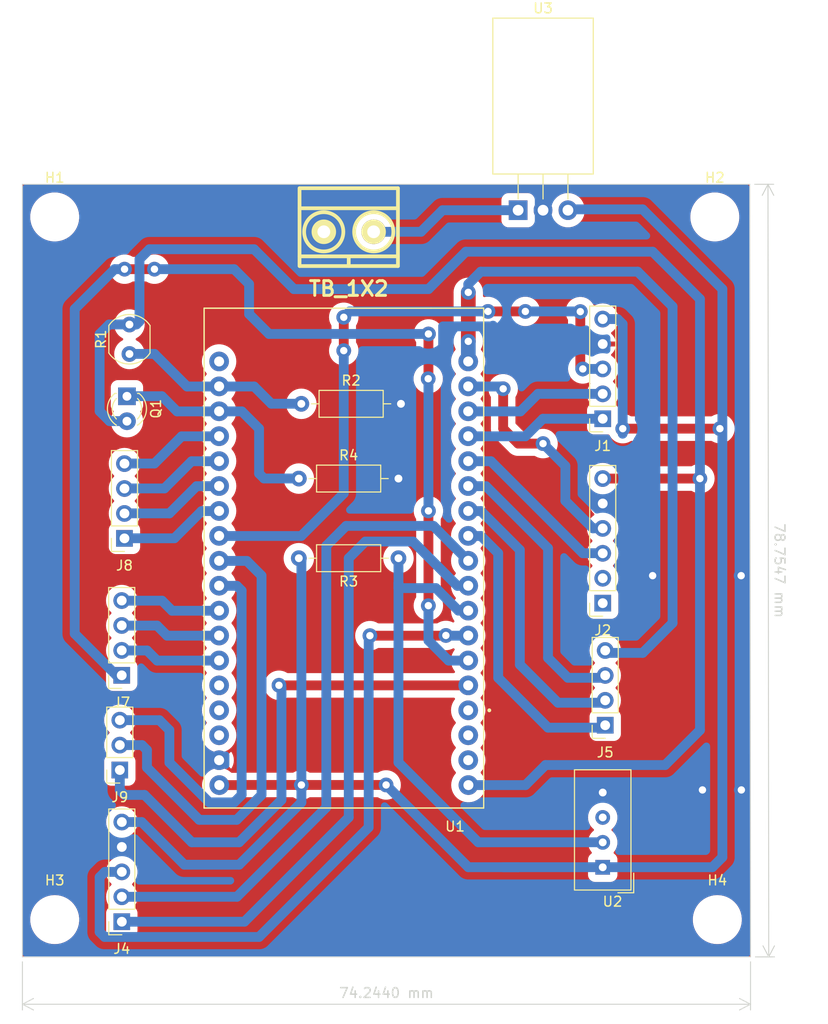
<source format=kicad_pcb>
(kicad_pcb (version 20221018) (generator pcbnew)
  (layers (0 "F.Cu" signal) (31 "B.Cu" signal) (34 "B.Paste" user) (35 "F.Paste" user) (36 "B.SilkS" user "B.Silkscreen") (37 "F.SilkS" user "F.Silkscreen") (38 "B.Mask" user) (39 "F.Mask" user) (44 "Edge.Cuts" user))
  (net 0 "")
  (net 1 "+5V")
  (net 2 "+3V3")
  (net 3 "/SCL")
  (net 4 "/SDA")
  (net 5 "/ADC_PD")
  (net 6 "/ADC_LDR")
  (net 8 "/TX{slash}RX_Dir_0")
  (net 9 "/RX0")
  (net 10 "/TX0")
  (net 11 "/TX{slash}RX_Dir_1")
  (net 12 "/HSPI_CS0")
  (net 13 "/GPIO_DHT22")
  (net 14 "/TX1")
  (net 15 "/RX1")
  (net 16 "/VSPI_CS0")
  (net 17 "/VSPI_CLK")
  (net 18 "/VSPI_MISO")
  (net 19 "/VSPI_MOSI")
  (net 21 "/ADC_2")
  (net 22 "/ADC_3")
  (net 23 "/ADC_0")
  (net 24 "/ADC_1")
  (net 25 "/GPIO_26")
  (net 26 "/GPIO_27")
  (net 27 "/HSPI_CLK")
  (net 28 "/HSPI_MISO")
  (net 29 "/HSPI_MOSI")
  (net 30 "GND")
  (net 31 "/CSB")
  (net 32 "/SDO")
  (net 33 "/GPIO_0")
  (net 34 "+12V")
  (footprint "Connector_PinSocket_2.54mm:PinSocket_1x05_P2.54mm_Vertical" (layer "F.Cu") (at 23.597 88.616 180)
    (fp_text reference "J4" (at 0 -2.77) (layer "F.SilkS"))
    (fp_text value "RS485_2")
    (fp_line (start -1.33 1.27) (end -1.33 11.49) (stroke (width 0.12)) (layer "F.SilkS"))
    (fp_line (start -1.33 1.27) (end 1.33 1.27) (stroke (width 0.12)) (layer "F.SilkS"))
    (fp_line (start -1.33 11.49) (end 1.33 11.49) (stroke (width 0.12)) (layer "F.SilkS"))
    (fp_line (start 0 -1.33) (end 1.33 -1.33) (stroke (width 0.12)) (layer "F.SilkS"))
    (fp_line (start 1.33 -1.33) (end 1.33 0) (stroke (width 0.12)) (layer "F.SilkS"))
    (fp_line (start 1.33 1.27) (end 1.33 11.49) (stroke (width 0.12)) (layer "F.SilkS"))
    (pad "1" thru_hole rect (at 0 0 180) (size 1.7 1.7) (drill 1) (layers "*.Cu" "*.Mask") (net 14 "/TX1"))
    (pad "2" thru_hole oval (at 0 2.54 180) (size 1.7 1.7) (drill 1) (layers "*.Cu" "*.Mask") (net 15 "/RX1"))
    (pad "3" thru_hole oval (at 0 5.08 180) (size 1.7 1.7) (drill 1) (layers "*.Cu" "*.Mask") (net 11 "/TX{slash}RX_Dir_1"))
    (pad "4" thru_hole oval (at 0 7.62 180) (size 1.7 1.7) (drill 1) (layers "*.Cu" "*.Mask") (net 30 "GND"))
    (pad "5" thru_hole oval (at 0 10.16 180) (size 1.7 1.7) (drill 1) (layers "*.Cu" "*.Mask") (net 1 "+5V"))
  )
  (footprint "LED_THT:LED_D3.0mm_FlatTop" (layer "F.Cu") (at 24.120695 35.056305 -90)
    (fp_text reference "Q1" (at 1.27 -2.96 90) (layer "F.SilkS"))
    (fp_text value "Fototransistor")
    (fp_line (start -0.29 -1.236) (end -0.29 -1.08) (stroke (width 0.12)) (layer "F.SilkS"))
    (fp_line (start -0.29 1.08) (end -0.29 1.236) (stroke (width 0.12)) (layer "F.SilkS"))
    (fp_arc (start -0.29 -1.235516) (mid 1.366487 -1.987659) (end 2.942335 -1.078608) (stroke (width 0.12)) (layer "F.SilkS"))
    (fp_arc (start 0.229039 -1.08) (mid 1.270117 -1.5) (end 2.31113 -1.079837) (stroke (width 0.12)) (layer "F.SilkS"))
    (fp_arc (start 2.31113 1.079837) (mid 1.270117 1.5) (end 0.229039 1.08) (stroke (width 0.12)) (layer "F.SilkS"))
    (fp_arc (start 2.942335 1.078608) (mid 1.366487 1.987659) (end -0.29 1.235516) (stroke (width 0.12)) (layer "F.SilkS"))
    (pad "1" thru_hole rect (at 0 0 270) (size 1.8 1.8) (drill 0.9) (layers "*.Cu" "*.Mask") (net 5 "/ADC_PD"))
    (pad "2" thru_hole circle (at 2.54 0 270) (size 1.8 1.8) (drill 0.9) (layers "*.Cu" "*.Mask") (net 2 "+3V3"))
  )
  (footprint "Package_TO_SOT_THT:TO-220-3_Horizontal_TabDown" (layer "F.Cu") (at 64.008 16.088)
    (fp_text reference "U3" (at 2.54 -20.58) (layer "F.SilkS"))
    (fp_text value "L7805")
    (fp_line (start -2.58 -19.58) (end -2.58 -3.69) (stroke (width 0.12)) (layer "F.SilkS"))
    (fp_line (start -2.58 -19.58) (end 7.66 -19.58) (stroke (width 0.12)) (layer "F.SilkS"))
    (fp_line (start -2.58 -3.69) (end 7.66 -3.69) (stroke (width 0.12)) (layer "F.SilkS"))
    (fp_line (start 0 -3.69) (end 0 -1.15) (stroke (width 0.12)) (layer "F.SilkS"))
    (fp_line (start 2.54 -3.69) (end 2.54 -1.15) (stroke (width 0.12)) (layer "F.SilkS"))
    (fp_line (start 5.08 -3.69) (end 5.08 -1.15) (stroke (width 0.12)) (layer "F.SilkS"))
    (fp_line (start 7.66 -19.58) (end 7.66 -3.69) (stroke (width 0.12)) (layer "F.SilkS"))
    (pad "" np_thru_hole oval (at 2.54 -16.66) (size 3.5 3.5) (drill 3.5) (layers "*.Cu" "*.Mask"))
    (pad "1" thru_hole rect (at 0 0) (size 1.905 2) (drill 1.1) (layers "*.Cu" "*.Mask") (net 34 "+12V"))
    (pad "2" thru_hole oval (at 2.54 0) (size 1.905 2) (drill 1.1) (layers "*.Cu" "*.Mask") (net 30 "GND"))
    (pad "3" thru_hole oval (at 5.08 0) (size 1.905 2) (drill 1.1) (layers "*.Cu" "*.Mask") (net 1 "+5V"))
  )
  (footprint "OptoDevice:R_LDR_5.0x4.1mm_P3mm_Vertical" (layer "F.Cu") (at 24.374695 30.743305 90)
    (fp_text reference "R1" (at 1.5 -2.9 90) (layer "F.SilkS"))
    (fp_text value "LDR07")
    (fp_line (start 0.1 -2.1) (end 2.9 -2.1) (stroke (width 0.12)) (layer "F.SilkS"))
    (fp_line (start 0.1 2.1) (end 2.9 2.1) (stroke (width 0.12)) (layer "F.SilkS"))
    (fp_arc (start 0.1 2.1) (mid -1.023872 -0.008372) (end 0.113963 -2.109242) (stroke (width 0.12)) (layer "F.SilkS"))
    (fp_arc (start 2.9 -2.1) (mid 4.023872 0.008372) (end 2.886037 2.109242) (stroke (width 0.12)) (layer "F.SilkS"))
    (pad "1" thru_hole circle (at 0 0 90) (size 1.6 1.6) (drill 0.8) (layers "*.Cu" "*.Mask") (net 6 "/ADC_LDR"))
    (pad "2" thru_hole circle (at 3 0 90) (size 1.6 1.6) (drill 0.8) (layers "*.Cu" "*.Mask") (net 2 "+3V3"))
  )
  (footprint "Connector_PinSocket_2.54mm:PinSocket_1x03_P2.54mm_Vertical" (layer "F.Cu") (at 23.393 73.152 180)
    (fp_text reference "J9" (at 0 -2.77) (layer "F.SilkS"))
    (fp_text value "GPIO_USELESS")
    (fp_line (start -1.33 1.27) (end -1.33 6.41) (stroke (width 0.12)) (layer "F.SilkS"))
    (fp_line (start -1.33 1.27) (end 1.33 1.27) (stroke (width 0.12)) (layer "F.SilkS"))
    (fp_line (start -1.33 6.41) (end 1.33 6.41) (stroke (width 0.12)) (layer "F.SilkS"))
    (fp_line (start 0 -1.33) (end 1.33 -1.33) (stroke (width 0.12)) (layer "F.SilkS"))
    (fp_line (start 1.33 -1.33) (end 1.33 0) (stroke (width 0.12)) (layer "F.SilkS"))
    (fp_line (start 1.33 1.27) (end 1.33 6.41) (stroke (width 0.12)) (layer "F.SilkS"))
    (pad "1" thru_hole rect (at 0 0 180) (size 1.7 1.7) (drill 1) (layers "*.Cu" "*.Mask") (net 33 "/GPIO_0"))
    (pad "2" thru_hole oval (at 0 2.54 180) (size 1.7 1.7) (drill 1) (layers "*.Cu" "*.Mask") (net 25 "/GPIO_26"))
    (pad "3" thru_hole oval (at 0 5.08 180) (size 1.7 1.7) (drill 1) (layers "*.Cu" "*.Mask") (net 26 "/GPIO_27"))
  )
  (footprint "MountingHole:MountingHole_3mm" (layer "F.Cu") (at 16.754695 16.773305)
    (fp_text reference "H1" (at 0 -4) (layer "F.SilkS"))
    (fp_text value "Mounting_Hole")
    (pad "" np_thru_hole circle (at 0 0) (size 3 3) (drill 3) (layers "F&B.Cu" "*.Mask") (clearance 1))
  )
  (footprint "Resistor_THT:R_Axial_DIN0207_L6.3mm_D2.5mm_P10.16mm_Horizontal" (layer "F.Cu") (at 41.900695 35.823305)
    (fp_text reference "R2" (at 5.08 -2.37) (layer "F.SilkS"))
    (fp_text value "5,6K")
    (fp_line (start 1.04 0) (end 1.81 0) (stroke (width 0.12)) (layer "F.SilkS"))
    (fp_line (start 1.81 -1.37) (end 1.81 1.37) (stroke (width 0.12)) (layer "F.SilkS"))
    (fp_line (start 1.81 1.37) (end 8.35 1.37) (stroke (width 0.12)) (layer "F.SilkS"))
    (fp_line (start 8.35 -1.37) (end 1.81 -1.37) (stroke (width 0.12)) (layer "F.SilkS"))
    (fp_line (start 8.35 1.37) (end 8.35 -1.37) (stroke (width 0.12)) (layer "F.SilkS"))
    (fp_line (start 9.12 0) (end 8.35 0) (stroke (width 0.12)) (layer "F.SilkS"))
    (pad "1" thru_hole circle (at 0 0) (size 1.6 1.6) (drill 0.8) (layers "*.Cu" "*.Mask") (net 6 "/ADC_LDR"))
    (pad "2" thru_hole oval (at 10.16 0) (size 1.6 1.6) (drill 0.8) (layers "*.Cu" "*.Mask") (net 30 "GND"))
  )
  (footprint "Connector_PinSocket_2.54mm:PinSocket_1x04_P2.54mm_Vertical" (layer "F.Cu") (at 23.866695 49.539305 180)
    (fp_text reference "J8" (at 0 -2.77) (layer "F.SilkS"))
    (fp_text value "ADC_INPUT")
    (fp_line (start -1.33 1.27) (end -1.33 8.95) (stroke (width 0.12)) (layer "F.SilkS"))
    (fp_line (start -1.33 1.27) (end 1.33 1.27) (stroke (width 0.12)) (layer "F.SilkS"))
    (fp_line (start -1.33 8.95) (end 1.33 8.95) (stroke (width 0.12)) (layer "F.SilkS"))
    (fp_line (start 0 -1.33) (end 1.33 -1.33) (stroke (width 0.12)) (layer "F.SilkS"))
    (fp_line (start 1.33 -1.33) (end 1.33 0) (stroke (width 0.12)) (layer "F.SilkS"))
    (fp_line (start 1.33 1.27) (end 1.33 8.95) (stroke (width 0.12)) (layer "F.SilkS"))
    (pad "1" thru_hole rect (at 0 0 180) (size 1.7 1.7) (drill 1) (layers "*.Cu" "*.Mask") (net 23 "/ADC_0"))
    (pad "2" thru_hole oval (at 0 2.54 180) (size 1.7 1.7) (drill 1) (layers "*.Cu" "*.Mask") (net 24 "/ADC_1"))
    (pad "3" thru_hole oval (at 0 5.08 180) (size 1.7 1.7) (drill 1) (layers "*.Cu" "*.Mask") (net 21 "/ADC_2"))
    (pad "4" thru_hole oval (at 0 7.62 180) (size 1.7 1.7) (drill 1) (layers "*.Cu" "*.Mask") (net 22 "/ADC_3"))
  )
  (footprint "MountingHole:MountingHole_3mm" (layer "F.Cu") (at 84.064695 16.773305)
    (fp_text reference "H2" (at 0 -4) (layer "F.SilkS"))
    (fp_text value "Mounting_Hole")
    (pad "" np_thru_hole circle (at 0 0) (size 3 3) (drill 3) (layers "*.Cu" "*.Mask"))
  )
  (footprint "EESTN5:BORNERA2_AZUL" (layer "F.Cu") (at 46.736 18.288)
    (fp_text reference "J3" hide)
    (fp_text value "TB_1X2" (at 0 5.8) (layer "F.SilkS") (effects (font (size 1.5 1.5) (thickness 0.3))))
    (fp_line (start -5.0165 -4.445) (end -5.0165 3.4925) (stroke (width 0.381)) (layer "F.SilkS"))
    (fp_line (start -5 -2.4) (end 5 -2.4) (stroke (width 0.381)) (layer "F.SilkS"))
    (fp_line (start -5 2.5) (end 5 2.5) (stroke (width 0.381)) (layer "F.SilkS"))
    (fp_line (start -4.9835 3.4925) (end 5.0165 3.4925) (stroke (width 0.381)) (layer "F.SilkS"))
    (fp_line (start 0 2.54) (end 0 3.4845) (stroke (width 0.381)) (layer "F.SilkS"))
    (fp_line (start 5.0165 -4.445) (end -4.9835 -4.445) (stroke (width 0.381)) (layer "F.SilkS"))
    (fp_line (start 5.0165 3.4925) (end 5.0165 -4.445) (stroke (width 0.381)) (layer "F.SilkS"))
    (fp_circle (center -2.55 0) (end -0.55 0) (stroke (width 0.381)) (fill none) (layer "F.SilkS"))
    (fp_circle (center 2.55 0) (end 0.55 0) (stroke (width 0.381)) (fill none) (layer "F.SilkS"))
    (pad "1" thru_hole circle (at -2.54 0) (size 2.5 2.5) (drill 1.3) (layers "*.Cu" "*.Mask" "F.SilkS") (net 30 "GND"))
    (pad "2" thru_hole circle (at 2.54 0) (size 2.5 2.5) (drill 1.3) (layers "*.Cu" "*.Mask" "F.SilkS") (net 34 "+12V"))
  )
  (footprint "Connector_PinSocket_2.54mm:PinSocket_1x05_P2.54mm_Vertical" (layer "F.Cu") (at 72.634695 37.347305 180)
    (fp_text reference "J1" (at 0 -2.77) (layer "F.SilkS"))
    (fp_text value "RS485_1")
    (fp_line (start -1.33 1.27) (end -1.33 11.49) (stroke (width 0.12)) (layer "F.SilkS"))
    (fp_line (start -1.33 1.27) (end 1.33 1.27) (stroke (width 0.12)) (layer "F.SilkS"))
    (fp_line (start -1.33 11.49) (end 1.33 11.49) (stroke (width 0.12)) (layer "F.SilkS"))
    (fp_line (start 0 -1.33) (end 1.33 -1.33) (stroke (width 0.12)) (layer "F.SilkS"))
    (fp_line (start 1.33 -1.33) (end 1.33 0) (stroke (width 0.12)) (layer "F.SilkS"))
    (fp_line (start 1.33 1.27) (end 1.33 11.49) (stroke (width 0.12)) (layer "F.SilkS"))
    (pad "1" thru_hole rect (at 0 0 180) (size 1.7 1.7) (drill 1) (layers "*.Cu" "*.Mask") (net 10 "/TX0"))
    (pad "2" thru_hole oval (at 0 2.54 180) (size 1.7 1.7) (drill 1) (layers "*.Cu" "*.Mask") (net 9 "/RX0"))
    (pad "3" thru_hole oval (at 0 5.08 180) (size 1.7 1.7) (drill 1) (layers "*.Cu" "*.Mask") (net 8 "/TX{slash}RX_Dir_0"))
    (pad "4" thru_hole oval (at 0 7.62 180) (size 1.7 1.7) (drill 1) (layers "*.Cu" "*.Mask") (net 30 "GND"))
    (pad "5" thru_hole oval (at 0 10.16 180) (size 1.7 1.7) (drill 1) (layers "*.Cu" "*.Mask") (net 1 "+5V"))
  )
  (footprint "MountingHole:MountingHole_3mm" (layer "F.Cu") (at 16.754695 88.401305)
    (fp_text reference "H3" (at 0 -4) (layer "F.SilkS"))
    (fp_text value "Mounting_Hole")
    (pad "" np_thru_hole circle (at 0 0) (size 3 3) (drill 3) (layers "*.Cu" "*.Mask"))
  )
  (footprint "Connector_PinSocket_2.54mm:PinSocket_1x06_P2.54mm_Vertical" (layer "F.Cu") (at 72.634695 56.143305 180)
    (fp_text reference "J2" (at 0 -2.77) (layer "F.SilkS"))
    (fp_text value "BMP280")
    (fp_line (start -1.33 1.27) (end -1.33 14.03) (stroke (width 0.12)) (layer "F.SilkS"))
    (fp_line (start -1.33 1.27) (end 1.33 1.27) (stroke (width 0.12)) (layer "F.SilkS"))
    (fp_line (start -1.33 14.03) (end 1.33 14.03) (stroke (width 0.12)) (layer "F.SilkS"))
    (fp_line (start 0 -1.33) (end 1.33 -1.33) (stroke (width 0.12)) (layer "F.SilkS"))
    (fp_line (start 1.33 -1.33) (end 1.33 0) (stroke (width 0.12)) (layer "F.SilkS"))
    (fp_line (start 1.33 1.27) (end 1.33 14.03) (stroke (width 0.12)) (layer "F.SilkS"))
    (pad "1" thru_hole rect (at 0 0 180) (size 1.7 1.7) (drill 1) (layers "*.Cu" "*.Mask") (net 32 "/SDO"))
    (pad "2" thru_hole oval (at 0 2.54 180) (size 1.7 1.7) (drill 1) (layers "*.Cu" "*.Mask") (net 31 "/CSB"))
    (pad "3" thru_hole oval (at 0 5.08 180) (size 1.7 1.7) (drill 1) (layers "*.Cu" "*.Mask") (net 4 "/SDA"))
    (pad "4" thru_hole oval (at 0 7.62 180) (size 1.7 1.7) (drill 1) (layers "*.Cu" "*.Mask") (net 3 "/SCL"))
    (pad "5" thru_hole oval (at 0 10.16 180) (size 1.7 1.7) (drill 1) (layers "*.Cu" "*.Mask") (net 30 "GND"))
    (pad "6" thru_hole oval (at 0 12.7 180) (size 1.7 1.7) (drill 1) (layers "*.Cu" "*.Mask") (net 2 "+3V3"))
  )
  (footprint "Connector_PinSocket_2.54mm:PinSocket_1x04_P2.54mm_Vertical" (layer "F.Cu") (at 23.587695 63.499305 180)
    (fp_text reference "J7" (at 0 -2.77) (layer "F.SilkS"))
    (fp_text value "SPI_1")
    (fp_line (start -1.33 1.27) (end -1.33 8.95) (stroke (width 0.12)) (layer "F.SilkS"))
    (fp_line (start -1.33 1.27) (end 1.33 1.27) (stroke (width 0.12)) (layer "F.SilkS"))
    (fp_line (start -1.33 8.95) (end 1.33 8.95) (stroke (width 0.12)) (layer "F.SilkS"))
    (fp_line (start 0 -1.33) (end 1.33 -1.33) (stroke (width 0.12)) (layer "F.SilkS"))
    (fp_line (start 1.33 -1.33) (end 1.33 0) (stroke (width 0.12)) (layer "F.SilkS"))
    (fp_line (start 1.33 1.27) (end 1.33 8.95) (stroke (width 0.12)) (layer "F.SilkS"))
    (pad "1" thru_hole rect (at 0 0 180) (size 1.7 1.7) (drill 1) (layers "*.Cu" "*.Mask") (net 12 "/HSPI_CS0"))
    (pad "2" thru_hole oval (at 0 2.54 180) (size 1.7 1.7) (drill 1) (layers "*.Cu" "*.Mask") (net 29 "/HSPI_MOSI"))
    (pad "3" thru_hole oval (at 0 5.08 180) (size 1.7 1.7) (drill 1) (layers "*.Cu" "*.Mask") (net 28 "/HSPI_MISO"))
    (pad "4" thru_hole oval (at 0 7.62 180) (size 1.7 1.7) (drill 1) (layers "*.Cu" "*.Mask") (net 27 "/HSPI_CLK"))
  )
  (footprint "Resistor_THT:R_Axial_DIN0207_L6.3mm_D2.5mm_P10.16mm_Horizontal" (layer "F.Cu") (at 41.646695 43.443305)
    (fp_text reference "R4" (at 5.08 -2.37) (layer "F.SilkS"))
    (fp_text value "1M")
    (fp_line (start 1.04 0) (end 1.81 0) (stroke (width 0.12)) (layer "F.SilkS"))
    (fp_line (start 1.81 -1.37) (end 1.81 1.37) (stroke (width 0.12)) (layer "F.SilkS"))
    (fp_line (start 1.81 1.37) (end 8.35 1.37) (stroke (width 0.12)) (layer "F.SilkS"))
    (fp_line (start 8.35 -1.37) (end 1.81 -1.37) (stroke (width 0.12)) (layer "F.SilkS"))
    (fp_line (start 8.35 1.37) (end 8.35 -1.37) (stroke (width 0.12)) (layer "F.SilkS"))
    (fp_line (start 9.12 0) (end 8.35 0) (stroke (width 0.12)) (layer "F.SilkS"))
    (pad "1" thru_hole circle (at 0 0) (size 1.6 1.6) (drill 0.8) (layers "*.Cu" "*.Mask") (net 5 "/ADC_PD"))
    (pad "2" thru_hole oval (at 10.16 0) (size 1.6 1.6) (drill 0.8) (layers "*.Cu" "*.Mask") (net 30 "GND"))
  )
  (footprint "Weather_Station_Models:MODULE_ESP32_DEVKIT_V1" (layer "F.Cu") (at 46.218695 51.550305 180)
    (fp_text reference "U1" (at -11.355 -27.36) (layer "F.SilkS"))
    (fp_text value "ESP32-DEVKIT-V1")
    (fp_line (start -14.28 -25.475) (end -3.211 -25.475) (stroke (width 0.127)) (layer "F.SilkS"))
    (fp_line (start -14.28 -25.475) (end 14.23 -25.475) (stroke (width 0.127)) (layer "F.SilkS"))
    (fp_line (start -14.28 25.475) (end -14.28 -25.475) (stroke (width 0.127)) (layer "F.SilkS"))
    (fp_line (start -14.28 25.475) (end -14.28 -25.475) (stroke (width 0.127)) (layer "F.SilkS"))
    (fp_line (start -14.28 25.475) (end -8.91 25.475) (stroke (width 0.127)) (layer "F.SilkS"))
    (fp_line (start -8.91 25.475) (end 8.78 25.475) (stroke (width 0.127)) (layer "F.SilkS"))
    (fp_line (start -3.211 -25.475) (end 3.5 -25.475) (stroke (width 0.127)) (layer "F.SilkS"))
    (fp_line (start 3.5 -25.475) (end 14.23 -25.475) (stroke (width 0.127)) (layer "F.SilkS"))
    (fp_line (start 8.78 25.475) (end 14.23 25.475) (stroke (width 0.127)) (layer "F.SilkS"))
    (fp_line (start 14.23 -25.475) (end 14.23 25.475) (stroke (width 0.127)) (layer "F.SilkS"))
    (fp_line (start 14.23 -25.475) (end 14.23 25.475) (stroke (width 0.127)) (layer "F.SilkS"))
    (fp_line (start 14.23 25.475) (end -14.28 25.475) (stroke (width 0.127)) (layer "F.SilkS"))
    (fp_circle (center -14.85 -15.515) (end -14.75 -15.515) (stroke (width 0.2)) (fill none) (layer "F.SilkS"))
    (pad "" thru_hole circle (at -12.7 -20.6 180) (size 2 2) (drill 1.02) (layers "*.Cu" "*.Mask"))
    (pad "" thru_hole circle (at -12.7 -18.06 180) (size 2 2) (drill 1.02) (layers "*.Cu" "*.Mask"))
    (pad "" thru_hole circle (at -12.7 -15.515 180) (size 2 2) (drill 1.02) (layers "*.Cu" "*.Mask"))
    (pad "" thru_hole circle (at 12.7 -18.06 180) (size 2 2) (drill 1.02) (layers "*.Cu" "*.Mask"))
    (pad "" thru_hole circle (at 12.7 -15.515 180) (size 2 2) (drill 1.02) (layers "*.Cu" "*.Mask"))
    (pad "" thru_hole circle (at 12.7 -12.975 180) (size 2 2) (drill 1.02) (layers "*.Cu" "*.Mask"))
    (pad "1" thru_hole circle (at -12.72 -23.14 180) (size 2 2) (drill 1.02) (layers "*.Cu" "*.Mask") (net 2 "+3V3"))
    (pad "2" thru_hole circle (at -12.7 -12.975 180) (size 2 2) (drill 1.02) (layers "*.Cu" "*.Mask") (net 33 "/GPIO_0"))
    (pad "3" thru_hole circle (at -12.7 -10.435 180) (size 2 2) (drill 1.02) (layers "*.Cu" "*.Mask") (net 12 "/HSPI_CS0"))
    (pad "4" thru_hole circle (at -12.7 -7.895 180) (size 2 2) (drill 1.02) (layers "*.Cu" "*.Mask") (net 11 "/TX{slash}RX_Dir_1"))
    (pad "5" thru_hole circle (at -12.7 -5.355 180) (size 2 2) (drill 1.02) (layers "*.Cu" "*.Mask") (net 13 "/GPIO_DHT22"))
    (pad "6" thru_hole circle (at -12.7 -2.815 180) (size 2 2) (drill 1.02) (layers "*.Cu" "*.Mask") (net 14 "/TX1"))
    (pad "7" thru_hole circle (at -12.7 -0.275 180) (size 2 2) (drill 1.02) (layers "*.Cu" "*.Mask") (net 15 "/RX1"))
    (pad "8" thru_hole circle (at -12.7 2.265 180) (size 2 2) (drill 1.02) (layers "*.Cu" "*.Mask") (net 16 "/VSPI_CS0"))
    (pad "9" thru_hole circle (at -12.7 4.805 180) (size 2 2) (drill 1.02) (layers "*.Cu" "*.Mask") (net 17 "/VSPI_CLK"))
    (pad "10" thru_hole circle (at -12.7 7.345 180) (size 2 2) (drill 1.02) (layers "*.Cu" "*.Mask") (net 18 "/VSPI_MISO"))
    (pad "11" thru_hole circle (at -12.7 9.885 180) (size 2 2) (drill 1.02) (layers "*.Cu" "*.Mask") (net 4 "/SDA"))
    (pad "12" thru_hole circle (at -12.7 12.425 180) (size 2 2) (drill 1.02) (layers "*.Cu" "*.Mask") (net 10 "/TX0"))
    (pad "13" thru_hole circle (at -12.7 14.965 180) (size 2 2) (drill 1.02) (layers "*.Cu" "*.Mask") (net 9 "/RX0"))
    (pad "14" thru_hole circle (at -12.7 17.505 180) (size 2 2) (drill 1.02) (layers "*.Cu" "*.Mask") (net 3 "/SCL"))
    (pad "15" thru_hole circle (at -12.7 20.045 180) (size 2 2) (drill 1.02) (layers "*.Cu" "*.Mask") (net 19 "/VSPI_MOSI"))
    (pad "16" thru_hole circle (at 12.7 20.045 180) (size 2 2) (drill 1.02) (layers "*.Cu" "*.Mask"))
    (pad "17" thru_hole circle (at 12.7 17.505 180) (size 2 2) (drill 1.02) (layers "*.Cu" "*.Mask") (net 6 "/ADC_LDR"))
    (pad "18" thru_hole circle (at 12.7 14.965 180) (size 2 2) (drill 1.02) (layers "*.Cu" "*.Mask") (net 5 "/ADC_PD"))
    (pad "19" thru_hole circle (at 12.7 12.425 180) (size 2 2) (drill 1.02) (layers "*.Cu" "*.Mask") (net 22 "/ADC_3"))
    (pad "20" thru_hole circle (at 12.7 9.885 180) (size 2 2) (drill 1.02) (layers "*.Cu" "*.Mask") (net 21 "/ADC_2"))
    (pad "21" thru_hole circle (at 12.7 7.345 180) (size 2 2) (drill 1.02) (layers "*.Cu" "*.Mask") (net 24 "/ADC_1"))
    (pad "22" thru_hole circle (at 12.7 4.805 180) (size 2 2) (drill 1.02) (layers "*.Cu" "*.Mask") (net 23 "/ADC_0"))
    (pad "23" thru_hole circle (at 12.7 2.265 180) (size 2 2) (drill 1.02) (layers "*.Cu" "*.Mask") (net 8 "/TX{slash}RX_Dir_0"))
    (pad "24" thru_hole circle (at 12.7 -0.275 180) (size 2 2) (drill 1.02) (layers "*.Cu" "*.Mask") (net 25 "/GPIO_26"))
    (pad "25" thru_hole circle (at 12.7 -2.815 180) (size 2 2) (drill 1.02) (layers "*.Cu" "*.Mask") (net 26 "/GPIO_27"))
    (pad "26" thru_hole circle (at 12.7 -5.355 180) (size 2 2) (drill 1.02) (layers "*.Cu" "*.Mask") (net 27 "/HSPI_CLK"))
    (pad "27" thru_hole circle (at 12.7 -7.895 180) (size 2 2) (drill 1.02) (layers "*.Cu" "*.Mask") (net 28 "/HSPI_MISO"))
    (pad "28" thru_hole circle (at 12.7 -10.435 180) (size 2 2) (drill 1.02) (layers "*.Cu" "*.Mask") (net 29 "/HSPI_MOSI"))
    (pad "29" thru_hole circle (at 12.7 -20.6 180) (size 2 2) (drill 1.02) (layers "*.Cu" "*.Mask") (net 30 "GND"))
    (pad "30" thru_hole circle (at 12.68 -23.14 180) (size 2 2) (drill 1.02) (layers "*.Cu" "*.Mask") (net 1 "+5V"))
  )
  (footprint "Connector_PinSocket_2.54mm:PinSocket_1x04_P2.54mm_Vertical" (layer "F.Cu") (at 72.888695 68.589305 180)
    (fp_text reference "J5" (at 0 -2.77) (layer "F.SilkS"))
    (fp_text value "SPI_0")
    (fp_line (start -1.33 1.27) (end -1.33 8.95) (stroke (width 0.12)) (layer "F.SilkS"))
    (fp_line (start -1.33 1.27) (end 1.33 1.27) (stroke (width 0.12)) (layer "F.SilkS"))
    (fp_line (start -1.33 8.95) (end 1.33 8.95) (stroke (width 0.12)) (layer "F.SilkS"))
    (fp_line (start 0 -1.33) (end 1.33 -1.33) (stroke (width 0.12)) (layer "F.SilkS"))
    (fp_line (start 1.33 -1.33) (end 1.33 0) (stroke (width 0.12)) (layer "F.SilkS"))
    (fp_line (start 1.33 1.27) (end 1.33 8.95) (stroke (width 0.12)) (layer "F.SilkS"))
    (pad "1" thru_hole rect (at 0 0 180) (size 1.7 1.7) (drill 1) (layers "*.Cu" "*.Mask") (net 16 "/VSPI_CS0"))
    (pad "2" thru_hole oval (at 0 2.54 180) (size 1.7 1.7) (drill 1) (layers "*.Cu" "*.Mask") (net 17 "/VSPI_CLK"))
    (pad "3" thru_hole oval (at 0 5.08 180) (size 1.7 1.7) (drill 1) (layers "*.Cu" "*.Mask") (net 18 "/VSPI_MISO"))
    (pad "4" thru_hole oval (at 0 7.62 180) (size 1.7 1.7) (drill 1) (layers "*.Cu" "*.Mask") (net 19 "/VSPI_MOSI"))
  )
  (footprint "MountingHole:MountingHole_3mm" (layer "F.Cu") (at 84.318695 88.401305)
    (fp_text reference "H4" (at 0 -4) (layer "F.SilkS"))
    (fp_text value "Mounting_Hole")
    (pad "" np_thru_hole circle (at 0 0) (size 3 3) (drill 3) (layers "*.Cu" "*.Mask"))
  )
  (footprint "Sensor:Aosong_DHT11_5.5x12.0_P2.54mm" (layer "F.Cu") (at 72.634695 83.067305 180)
    (fp_text reference "U2" (at -1 -3.5) (layer "F.SilkS"))
    (fp_text value "DHT11")
    (fp_line (start -3.16 -2.6) (end -3.16 -0.6) (stroke (width 0.12)) (layer "F.SilkS"))
    (fp_line (start -3.16 -2.6) (end -1.55 -2.6) (stroke (width 0.12)) (layer "F.SilkS"))
    (fp_line (start -2.88 9.94) (end -2.88 -2.31) (stroke (width 0.12)) (layer "F.SilkS"))
    (fp_line (start -2.87 -2.32) (end 2.87 -2.32) (stroke (width 0.12)) (layer "F.SilkS"))
    (fp_line (start 2.88 -2.32) (end 2.88 9.94) (stroke (width 0.12)) (layer "F.SilkS"))
    (fp_line (start 2.88 9.94) (end -2.88 9.94) (stroke (width 0.12)) (layer "F.SilkS"))
    (pad "1" thru_hole rect (at 0 0 180) (size 1.5 1.5) (drill 0.8) (layers "*.Cu" "*.Mask") (net 1 "+5V"))
    (pad "2" thru_hole circle (at 0 2.54 180) (size 1.5 1.5) (drill 0.8) (layers "*.Cu" "*.Mask") (net 13 "/GPIO_DHT22"))
    (pad "3" thru_hole circle (at 0 5.08 180) (size 1.5 1.5) (drill 0.8) (layers "*.Cu" "*.Mask"))
    (pad "4" thru_hole circle (at 0 7.62 180) (size 1.5 1.5) (drill 0.8) (layers "*.Cu" "*.Mask") (net 30 "GND"))
  )
  (footprint "Resistor_THT:R_Axial_DIN0207_L6.3mm_D2.5mm_P10.16mm_Horizontal" (layer "F.Cu") (at 51.806695 51.562 180)
    (fp_text reference "R3" (at 5.08 -2.37) (layer "F.SilkS"))
    (fp_text value "4,7K")
    (fp_line (start 1.04 0) (end 1.81 0) (stroke (width 0.12)) (layer "F.SilkS"))
    (fp_line (start 1.81 -1.37) (end 1.81 1.37) (stroke (width 0.12)) (layer "F.SilkS"))
    (fp_line (start 1.81 1.37) (end 8.35 1.37) (stroke (width 0.12)) (layer "F.SilkS"))
    (fp_line (start 8.35 -1.37) (end 1.81 -1.37) (stroke (width 0.12)) (layer "F.SilkS"))
    (fp_line (start 8.35 1.37) (end 8.35 -1.37) (stroke (width 0.12)) (layer "F.SilkS"))
    (fp_line (start 9.12 0) (end 8.35 0) (stroke (width 0.12)) (layer "F.SilkS"))
    (pad "1" thru_hole circle (at 0 0 180) (size 1.6 1.6) (drill 0.8) (layers "*.Cu" "*.Mask") (net 13 "/GPIO_DHT22"))
    (pad "2" thru_hole oval (at 10.16 0 180) (size 1.6 1.6) (drill 0.8) (layers "*.Cu" "*.Mask") (net 1 "+5V"))
  )
  (gr_line (start 13.460695 91.703305) (end 13.460695 13.447305) (stroke (width 0.1)) (layer "Edge.Cuts"))
  (gr_line (start 87.460695 13.447305) (end 87.63 13.447305) (stroke (width 0.1)) (layer "Edge.Cuts"))
  (gr_line (start 13.536695 92.202) (end 13.462 92.202) (stroke (width 0.1)) (layer "Edge.Cuts"))
  (gr_line (start 13.462 92.202) (end 13.460695 91.703305) (stroke (width 0.1)) (layer "Edge.Cuts"))
  (gr_line (start 87.536695 92.202) (end 87.706 92.202) (stroke (width 0.1)) (layer "Edge.Cuts"))
  (gr_line (start 13.536695 92.202) (end 87.536695 92.202) (stroke (width 0.1)) (layer "Edge.Cuts"))
  (gr_line (start 13.460695 13.447305) (end 87.460695 13.447305) (stroke (width 0.1)) (layer "Edge.Cuts"))
  (gr_line (start 87.706 91.703305) (end 87.706 92.202) (stroke (width 0.1)) (layer "Edge.Cuts"))
  (gr_line (start 87.63 13.447305) (end 87.706 91.703305) (stroke (width 0.1)) (layer "Edge.Cuts"))
  (dimension (type aligned) (layer "Edge.Cuts") (pts (xy 87.63 13.447305) (xy 87.706 92.202)) (height -1.855896) (gr_text "78,7547 mm" (at 90.673894 52.821752 270.0552917) (layer "Edge.Cuts") (effects (font (size 1 1) (thickness 0.15)))) (format (prefix "") (suffix "") (units 3) (units_format 1) (precision 4)) (style (thickness 0.1) (arrow_length 1.27) (text_position_mode 0) (extension_height 0.58642) (extension_offset 0.5) keep_text_aligned))
  (dimension (type aligned) (layer "Edge.Cuts") (pts (xy 13.462 92.202) (xy 87.706 92.202)) (height 4.826) (gr_text "74,2440 mm" (at 50.584 95.878) (layer "Edge.Cuts") (effects (font (size 1 1) (thickness 0.15)))) (format (prefix "") (suffix "") (units 3) (units_format 1) (precision 4)) (style (thickness 0.1) (arrow_length 1.27) (text_position_mode 0) (extension_height 0.58642) (extension_offset 0.5) keep_text_aligned))
  (segment (start 41.91 74.676) (end 50.546 74.676) (width 1) (layer "F.Cu") (net 1))
  (segment (start 41.91 74.676) (end 35.574305 74.676) (width 1) (layer "F.Cu") (net 1))
  (segment (start 35.574305 74.676) (end 35.56 74.690305) (width 1) (layer "F.Cu") (net 1))
  (segment (start 84.582 38.354) (end 74.676 38.354) (width 1) (layer "F.Cu") (net 1))
  (segment (start 35.56 74.690305) (end 33.538695 74.690305) (width 1) (layer "F.Cu") (net 1))
  (via (at 41.91 74.676) (size 1.5) (drill 0.75) (layers "F.Cu" "B.Cu") (net 1))
  (via (at 74.676 38.354) (size 1.5) (drill 0.75) (layers "F.Cu" "B.Cu") (net 1))
  (via (at 50.546 74.676) (size 1.5) (drill 0.75) (layers "F.Cu" "B.Cu") (net 1))
  (via (at 84.582 38.354) (size 1.5) (drill 0.75) (layers "F.Cu" "B.Cu") (net 1))
  (segment (start 29.972 82.804) (end 25.624 78.456) (width 1) (layer "B.Cu") (net 1))
  (segment (start 74.676 38.354) (end 74.666695 38.363305) (width 1) (layer "B.Cu") (net 1))
  (segment (start 83.82 83.058) (end 64.008 83.058) (width 1) (layer "B.Cu") (net 1))
  (segment (start 84.582 38.354) (end 84.836 38.608) (width 1) (layer "B.Cu") (net 1))
  (segment (start 74.666695 27.695305) (end 74.666695 38.344695) (width 1) (layer "B.Cu") (net 1))
  (segment (start 41.656 74.676) (end 41.646695 74.666695) (width 1) (layer "B.Cu") (net 1))
  (segment (start 76.708 16.002) (end 69.174 16.002) (width 1) (layer "B.Cu") (net 1))
  (segment (start 74.666695 38.344695) (end 74.676 38.354) (width 1) (layer "B.Cu") (net 1))
  (segment (start 84.582 38.354) (end 84.836 38.1) (width 1) (layer "B.Cu") (net 1))
  (segment (start 84.836 82.042) (end 83.82 83.058) (width 1) (layer "B.Cu") (net 1))
  (segment (start 64.008 83.058) (end 62.484 83.058) (width 1) (layer "B.Cu") (net 1))
  (segment (start 41.91 74.676) (end 41.91 76.454) (width 1) (layer "B.Cu") (net 1))
  (segment (start 41.91 51.825305) (end 41.646695 51.562) (width 1) (layer "B.Cu") (net 1))
  (segment (start 58.928 83.058) (end 64.008 83.058) (width 1) (layer "B.Cu") (net 1))
  (segment (start 69.174 16.002) (end 69.088 16.088) (width 1) (layer "B.Cu") (net 1))
  (segment (start 74.666695 38.363305) (end 74.666695 38.871305) (width 1) (layer "B.Cu") (net 1))
  (segment (start 74.158695 27.187305) (end 74.666695 27.695305) (width 1) (layer "B.Cu") (net 1))
  (segment (start 84.836 38.1) (end 84.836 24.13) (width 1) (layer "B.Cu") (net 1))
  (segment (start 41.91 74.676) (end 41.91 51.825305) (width 1) (layer "B.Cu") (net 1))
  (segment (start 41.91 74.676) (end 41.656 74.676) (width 1) (layer "B.Cu") (net 1))
  (segment (start 50.546 74.676) (end 58.928 83.058) (width 1) (layer "B.Cu") (net 1))
  (segment (start 35.56 82.804) (end 29.972 82.804) (width 1) (layer "B.Cu") (net 1))
  (segment (start 84.836 38.608) (end 84.836 82.042) (width 1) (layer "B.Cu") (net 1))
  (segment (start 84.836 24.13) (end 76.708 16.002) (width 1) (layer "B.Cu") (net 1))
  (segment (start 72.634695 27.187305) (end 74.158695 27.187305) (width 1) (layer "B.Cu") (net 1))
  (segment (start 25.624 78.456) (end 23.597 78.456) (width 1) (layer "B.Cu") (net 1))
  (segment (start 41.91 76.454) (end 35.56 82.804) (width 1) (layer "B.Cu") (net 1))
  (segment (start 82.540695 43.443305) (end 72.634695 43.443305) (width 1) (layer "F.Cu") (net 2))
  (via (at 82.540695 43.443305) (size 1.5) (drill 0.75) (layers "F.Cu" "B.Cu") (net 2))
  (segment (start 54.864 24.13) (end 41.148 24.13) (width 1) (layer "B.Cu") (net 2))
  (segment (start 21.336 28.702) (end 21.336 36.581) (width 1) (layer "B.Cu") (net 2))
  (segment (start 25.088 27.734) (end 22.304 27.734) (width 1) (layer "B.Cu") (net 2))
  (segment (start 82.55 43.434) (end 82.55 25.146) (width 1) (layer "B.Cu") (net 2))
  (segment (start 58.674 20.32) (end 54.864 24.13) (width 1) (layer "B.Cu") (net 2))
  (segment (start 25.4 27.422) (end 25.088 27.734) (width 1) (layer "B.Cu") (net 2))
  (segment (start 64.755695 74.690305) (end 58.938695 74.690305) (width 1) (layer "B.Cu") (net 2))
  (segment (start 72.644 43.434) (end 72.380695 43.170695) (width 1) (layer "B.Cu") (net 2))
  (segment (start 66.802 72.644) (end 64.755695 74.690305) (width 1) (layer "B.Cu") (net 2))
  (segment (start 82.540695 43.443305) (end 82.55 43.434) (width 1) (layer "B.Cu") (net 2))
  (segment (start 25.4 21.082) (end 25.4 27.422) (width 1) (layer "B.Cu") (net 2))
  (segment (start 78.994 72.644) (end 66.802 72.644) (width 1) (layer "B.Cu") (net 2))
  (segment (start 22.342 37.587) (end 24.084 37.587) (width 1) (layer "B.Cu") (net 2))
  (segment (start 41.148 24.13) (end 37.084 20.066) (width 1) (layer "B.Cu") (net 2))
  (segment (start 82.55 69.088) (end 78.994 72.644) (width 1) (layer "B.Cu") (net 2))
  (segment (start 82.540695 43.443305) (end 82.55 43.45261) (width 1) (layer "B.Cu") (net 2))
  (segment (start 77.724 20.32) (end 58.674 20.32) (width 1) (layer "B.Cu") (net 2))
  (segment (start 82.55 43.45261) (end 82.55 69.088) (width 1) (layer "B.Cu") (net 2))
  (segment (start 26.416 20.066) (end 25.4 21.082) (width 1) (layer "B.Cu") (net 2))
  (segment (start 37.084 20.066) (end 26.416 20.066) (width 1) (layer "B.Cu") (net 2))
  (segment (start 82.55 25.146) (end 77.724 20.32) (width 1) (layer "B.Cu") (net 2))
  (segment (start 21.336 36.581) (end 22.342 37.587) (width 1) (layer "B.Cu") (net 2))
  (segment (start 22.304 27.734) (end 21.336 28.702) (width 1) (layer "B.Cu") (net 2))
  (segment (start 62.484 38.354) (end 62.484 34.29) (width 1) (layer "F.Cu") (net 3))
  (segment (start 66.548 39.878) (end 64.008 39.878) (width 1) (layer "F.Cu") (net 3))
  (segment (start 64.008 39.878) (end 62.484 38.354) (width 1) (layer "F.Cu") (net 3))
  (via (at 66.548 39.878) (size 1.5) (drill 0.75) (layers "F.Cu" "B.Cu") (net 3))
  (via (at 62.484 34.29) (size 1.5) (drill 0.75) (layers "F.Cu" "B.Cu") (net 3))
  (segment (start 66.548 39.878) (end 68.824695 42.154695) (width 1) (layer "B.Cu") (net 3))
  (segment (start 62.484 34.29) (end 62.251 34.057) (width 1) (layer "B.Cu") (net 3))
  (segment (start 62.251 34.057) (end 58.928 34.057) (width 1) (layer "B.Cu") (net 3))
  (segment (start 71.628 48.514) (end 72.644 48.514) (width 1) (layer "B.Cu") (net 3))
  (segment (start 68.824695 45.710695) (end 71.628 48.514) (width 1) (layer "B.Cu") (net 3))
  (segment (start 68.824695 42.154695) (end 68.824695 45.710695) (width 1) (layer "B.Cu") (net 3))
  (segment (start 61.235 41.677) (end 70.612 51.054) (width 1) (layer "B.Cu") (net 4))
  (segment (start 58.928 41.677) (end 61.235 41.677) (width 1) (layer "B.Cu") (net 4))
  (segment (start 70.612 51.054) (end 72.644 51.054) (width 1) (layer "B.Cu") (net 4))
  (segment (start 29.231 36.597) (end 33.528 36.597) (width 1) (layer "B.Cu") (net 5))
  (segment (start 38.1 43.434) (end 41.656 43.434) (width 1) (layer "B.Cu") (net 5))
  (segment (start 33.528 36.597) (end 35.835 36.597) (width 1) (layer "B.Cu") (net 5))
  (segment (start 24.084 35.047) (end 27.681 35.047) (width 1) (layer "B.Cu") (net 5))
  (segment (start 27.681 35.047) (end 29.231 36.597) (width 1) (layer "B.Cu") (net 5))
  (segment (start 37.592 42.926) (end 38.1 43.434) (width 1) (layer "B.Cu") (net 5))
  (segment (start 35.835 36.597) (end 37.592 38.354) (width 1) (layer "B.Cu") (net 5))
  (segment (start 37.592 38.354) (end 37.592 42.926) (width 1) (layer "B.Cu") (net 5))
  (segment (start 33.528 34.057) (end 37.09 34.057) (width 1) (layer "B.Cu") (net 6))
  (segment (start 24.094 30.734) (end 26.924 30.734) (width 1) (layer "B.Cu") (net 6))
  (segment (start 37.09 34.057) (end 38.847 35.814) (width 1) (layer "B.Cu") (net 6))
  (segment (start 26.924 30.734) (end 30.247 34.057) (width 1) (layer "B.Cu") (net 6))
  (segment (start 38.847 35.814) (end 41.656 35.814) (width 1) (layer "B.Cu") (net 6))
  (segment (start 30.247 34.057) (end 33.528 34.057) (width 1) (layer "B.Cu") (net 6))
  (segment (start 46.228 27.0025) (end 46.228 30.4015) (width 1) (layer "F.Cu") (net 8))
  (segment (start 60.935 26.406) (end 64.745 26.406) (width 1) (layer "F.Cu") (net 8))
  (segment (start 70.348695 26.679305) (end 70.348695 32.267305) (width 1) (layer "F.Cu") (net 8))
  (via (at 70.602695 32.267305) (size 1.5) (drill 0.75) (layers "F.Cu" "B.Cu") (net 8))
  (via (at 46.228 27.0025) (size 1.5) (drill 0.75) (layers "F.Cu" "B.Cu") (net 8))
  (via (at 60.935 26.406) (size 1.5) (drill 0.75) (layers "F.Cu" "B.Cu") (net 8))
  (via (at 46.228 30.4015) (size 1.5) (drill 0.75) (layers "F.Cu" "B.Cu") (net 8))
  (via (at 64.745 26.406) (size 1.5) (drill 0.75) (layers "F.Cu" "B.Cu") (net 8))
  (via (at 70.348695 26.425305) (size 1.5) (drill 0.75) (layers "F.Cu" "B.Cu") (net 8))
  (segment (start 70.602695 32.267305) (end 70.856695 32.267305) (width 1) (layer "B.Cu") (net 8))
  (segment (start 70.348695 26.425305) (end 70.348695 26.679305) (width 1) (layer "B.Cu") (net 8))
  (segment (start 70.348695 26.679305) (end 70.348695 26.679305) (width 1) (layer "B.Cu") (net 8))
  (segment (start 41.889 49.297) (end 46.228 44.958) (width 1) (layer "B.Cu") (net 8))
  (segment (start 70.602695 32.521305) (end 70.602695 32.521305) (width 1) (layer "B.Cu") (net 8))
  (segment (start 64.745 26.406) (end 70.07539 26.406) (width 1) (layer "B.Cu") (net 8))
  (segment (start 70.602695 32.521305) (end 70.602695 32.267305) (width 1) (layer "B.Cu") (net 8))
  (segment (start 46.8245 26.406) (end 60.935 26.406) (width 1) (layer "B.Cu") (net 8))
  (segment (start 70.094695 26.425305) (end 70.348695 26.425305) (width 1) (layer "B.Cu") (net 8))
  (segment (start 33.528 49.297) (end 41.889 49.297) (width 1) (layer "B.Cu") (net 8))
  (segment (start 46.228 27.0025) (end 46.8245 26.406) (width 1) (layer "B.Cu") (net 8))
  (segment (start 70.07539 26.406) (end 70.094695 26.425305) (width 1) (layer "B.Cu") (net 8))
  (segment (start 70.856695 32.267305) (end 72.634695 32.267305) (width 1) (layer "B.Cu") (net 8))
  (segment (start 46.228 44.958) (end 46.228 30.4015) (width 1) (layer "B.Cu") (net 8))
  (segment (start 70.856695 32.267305) (end 70.856695 32.267305) (width 1) (layer "B.Cu") (net 8))
  (segment (start 70.348695 32.267305) (end 70.602695 32.521305) (width 1) (layer "B.Cu") (net 8))
  (segment (start 66.030695 34.807305) (end 72.634695 34.807305) (width 1) (layer "B.Cu") (net 9))
  (segment (start 64.241 36.597) (end 66.030695 34.807305) (width 1) (layer "B.Cu") (net 9))
  (segment (start 64.241 36.597) (end 58.928 36.597) (width 1) (layer "B.Cu") (net 9))
  (segment (start 58.928 39.137) (end 64.749 39.137) (width 1) (layer "B.Cu") (net 10))
  (segment (start 66.538695 37.347305) (end 72.634695 37.347305) (width 1) (layer "B.Cu") (net 10))
  (segment (start 64.749 39.137) (end 66.538695 37.347305) (width 1) (layer "B.Cu") (net 10))
  (segment (start 56.642 59.436) (end 56.663 59.457) (width 1) (layer "F.Cu") (net 11))
  (segment (start 48.8955 59.457) (end 56.621 59.457) (width 1) (layer "F.Cu") (net 11))
  (segment (start 56.621 59.457) (end 56.642 59.436) (width 1) (layer "F.Cu") (net 11))
  (via (at 48.8955 59.457) (size 1.5) (drill 0.75) (layers "F.Cu" "B.Cu") (net 11))
  (via (at 56.642 59.436) (size 1.5) (drill 0.75) (layers "F.Cu" "B.Cu") (net 11))
  (segment (start 21.844 90.17) (end 21.336 89.662) (width 1) (layer "B.Cu") (net 11))
  (segment (start 48.768 78.994) (end 37.592 90.17) (width 1) (layer "B.Cu") (net 11))
  (segment (start 48.768 59.5845) (end 48.768 78.994) (width 1) (layer "B.Cu") (net 11))
  (segment (start 21.874 83.536) (end 23.597 83.536) (width 1) (layer "B.Cu") (net 11))
  (segment (start 48.8955 59.457) (end 48.768 59.5845) (width 1) (layer "B.Cu") (net 11))
  (segment (start 21.336 89.662) (end 21.336 84.074) (width 1) (layer "B.Cu") (net 11))
  (segment (start 56.663 59.457) (end 58.928 59.457) (width 1) (layer "B.Cu") (net 11))
  (segment (start 21.336 84.074) (end 21.874 83.536) (width 1) (layer "B.Cu") (net 11))
  (segment (start 37.592 90.17) (end 21.844 90.17) (width 1) (layer "B.Cu") (net 11))
  (segment (start 54.864 46.736) (end 54.864 56.388) (width 1) (layer "F.Cu") (net 12))
  (segment (start 23.876 22.098) (end 26.924 22.098) (width 1) (layer "F.Cu") (net 12))
  (segment (start 54.864 56.388) (end 54.855048 56.396952) (width 1) (layer "F.Cu") (net 12))
  (segment (start 54.864 33.239) (end 54.864 28.702) (width 1) (layer "F.Cu") (net 12))
  (via (at 54.855048 56.396952) (size 1.5) (drill 0.75) (layers "F.Cu" "B.Cu") (net 12))
  (via (at 23.876 22.098) (size 1.5) (drill 0.75) (layers "F.Cu" "B.Cu") (net 12))
  (via (at 54.864 46.736) (size 1.5) (drill 0.75) (layers "F.Cu" "B.Cu") (net 12))
  (via (at 54.864 28.702) (size 1.5) (drill 0.75) (layers "F.Cu" "B.Cu") (net 12))
  (via (at 54.839 33.264) (size 1.5) (drill 0.75) (layers "F.Cu" "B.Cu") (net 12))
  (via (at 26.924 22.098) (size 1.5) (drill 0.75) (layers "F.Cu" "B.Cu") (net 12))
  (segment (start 23.876 22.098) (end 22.86 22.098) (width 1) (layer "B.Cu") (net 12))
  (segment (start 58.928 61.997) (end 56.917 61.997) (width 1) (layer "B.Cu") (net 12))
  (segment (start 36.576 26.67) (end 36.576 23.622) (width 1) (layer "B.Cu") (net 12))
  (segment (start 18.796 59.255) (end 23.051 63.51) (width 1) (layer "B.Cu") (net 12))
  (segment (start 54.864 59.944) (end 54.864 56.405904) (width 1) (layer "B.Cu") (net 12))
  (segment (start 54.839 33.264) (end 54.864 33.239) (width 1) (layer "B.Cu") (net 12))
  (segment (start 54.864 56.405904) (end 54.855048 56.396952) (width 1) (layer "B.Cu") (net 12))
  (segment (start 36.576 23.622) (end 35.052 22.098) (width 1) (layer "B.Cu") (net 12))
  (segment (start 38.608 28.702) (end 36.576 26.67) (width 1) (layer "B.Cu") (net 12))
  (segment (start 22.86 22.098) (end 18.796 26.162) (width 1) (layer "B.Cu") (net 12))
  (segment (start 56.917 61.997) (end 54.864 59.944) (width 1) (layer "B.Cu") (net 12))
  (segment (start 54.864 46.736) (end 54.864 33.289) (width 1) (layer "B.Cu") (net 12))
  (segment (start 54.864 33.289) (end 54.839 33.264) (width 1) (layer "B.Cu") (net 12))
  (segment (start 23.051 63.51) (end 23.901 63.51) (width 1) (layer "B.Cu") (net 12))
  (segment (start 18.796 26.162) (end 18.796 59.255) (width 1) (layer "B.Cu") (net 12))
  (segment (start 35.052 22.098) (end 26.924 22.098) (width 1) (layer "B.Cu") (net 12))
  (segment (start 54.864 28.702) (end 38.608 28.702) (width 1) (layer "B.Cu") (net 12))
  (segment (start 57.921305 56.905305) (end 58.918695 56.905305) (width 1) (layer "B.Cu") (net 13))
  (segment (start 51.806695 54.61) (end 55.626 54.61) (width 1) (layer "B.Cu") (net 13))
  (segment (start 55.626 54.61) (end 57.921305 56.905305) (width 1) (layer "B.Cu") (net 13))
  (segment (start 58.916305 56.905305) (end 58.653 56.642) (width 1) (layer "B.Cu") (net 13))
  (segment (start 51.806695 54.102) (end 51.806695 54.61) (width 1) (layer "B.Cu") (net 13))
  (segment (start 72.7465 80.518) (end 59.944 80.518) (width 1) (layer "B.Cu") (net 13))
  (segment (start 51.806695 54.102) (end 51.806695 51.562) (width 1) (layer "B.Cu") (net 13))
  (segment (start 59.944 80.518) (end 51.806695 72.380695) (width 1) (layer "B.Cu") (net 13))
  (segment (start 51.806695 72.380695) (end 51.806695 54.102) (width 1) (layer "B.Cu") (net 13))
  (segment (start 36.098 88.616) (end 46.736 77.978) (width 1) (layer "B.Cu") (net 14))
  (segment (start 57.806 54.377) (end 58.928 54.377) (width 1) (layer "B.Cu") (net 14))
  (segment (start 23.597 88.616) (end 36.098 88.616) (width 1) (layer "B.Cu") (net 14))
  (segment (start 46.736 77.978) (end 46.736 51.562) (width 1) (layer "B.Cu") (net 14))
  (segment (start 46.736 51.562) (end 48.436 49.862) (width 1) (layer "B.Cu") (net 14))
  (segment (start 48.436 49.862) (end 53.291 49.862) (width 1) (layer "B.Cu") (net 14))
  (segment (start 53.291 49.862) (end 57.806 54.377) (width 1) (layer "B.Cu") (net 14))
  (segment (start 44.45 76.962) (end 44.45 50.292) (width 1) (layer "B.Cu") (net 15))
  (segment (start 44.45 50.292) (end 46.472695 48.269305) (width 1) (layer "B.Cu") (net 15))
  (segment (start 35.336 86.076) (end 44.45 76.962) (width 1) (layer "B.Cu") (net 15))
  (segment (start 55.626 48.514) (end 55.626 48.535) (width 1) (layer "B.Cu") (net 15))
  (segment (start 46.472695 48.269305) (end 55.381305 48.269305) (width 1) (layer "B.Cu") (net 15))
  (segment (start 55.626 48.535) (end 58.928 51.837) (width 1) (layer "B.Cu") (net 15))
  (segment (start 23.597 86.076) (end 35.336 86.076) (width 1) (layer "B.Cu") (net 15))
  (segment (start 55.381305 48.269305) (end 55.626 48.514) (width 1) (layer "B.Cu") (net 15))
  (segment (start 72.644 68.834) (end 67.056 68.834) (width 1) (layer "B.Cu") (net 16))
  (segment (start 67.056 68.834) (end 61.976 63.754) (width 1) (layer "B.Cu") (net 16))
  (segment (start 61.976 63.754) (end 61.976 51.054) (width 1) (layer "B.Cu") (net 16))
  (segment (start 61.976 51.054) (end 60.219 49.297) (width 1) (layer "B.Cu") (net 16))
  (segment (start 60.219 49.297) (end 58.928 49.297) (width 1) (layer "B.Cu") (net 16))
  (segment (start 64.184 50.722) (end 60.219 46.757) (width 1) (layer "B.Cu") (net 17))
  (segment (start 64.184 62.406) (end 64.184 50.722) (width 1) (layer "B.Cu") (net 17))
  (segment (start 72.644 66.294) (end 68.072 66.294) (width 1) (layer "B.Cu") (net 17))
  (segment (start 60.219 46.757) (end 58.928 46.757) (width 1) (layer "B.Cu") (net 17))
  (segment (start 68.072 66.294) (end 64.184 62.406) (width 1) (layer "B.Cu") (net 17))
  (segment (start 67.056 61.722) (end 67.056 50.546) (width 1) (layer "B.Cu") (net 18))
  (segment (start 67.056 50.546) (end 60.727 44.217) (width 1) (layer "B.Cu") (net 18))
  (segment (start 72.644 63.754) (end 69.088 63.754) (width 1) (layer "B.Cu") (net 18))
  (segment (start 69.088 63.754) (end 67.056 61.722) (width 1) (layer "B.Cu") (net 18))
  (segment (start 60.727 44.217) (end 58.928 44.217) (width 1) (layer "B.Cu") (net 18))
  (segment (start 58.928 29.454) (end 58.928 24.4625) (width 1.5) (layer "F.Cu") (net 19))
  (via (at 58.928 29.454) (size 1.5) (drill 0.75) (layers "F.Cu" "B.Cu") (net 19))
  (via (at 58.928 24.4625) (size 1.5) (drill 0.75) (layers "F.Cu" "B.Cu") (net 19))
  (segment (start 58.928 31.517) (end 58.928 29.454) (width 1.5) (layer "B.Cu") (net 19))
  (segment (start 79.756 25.908) (end 76.2 22.352) (width 1) (layer "B.Cu") (net 19))
  (segment (start 58.928 23.622) (end 58.928 24.4625) (width 1) (layer "B.Cu") (net 19))
  (segment (start 76.2 22.352) (end 60.198 22.352) (width 1) (layer "B.Cu") (net 19))
  (segment (start 76.708 61.214) (end 79.756 58.166) (width 1) (layer "B.Cu") (net 19))
  (segment (start 72.644 61.214) (end 76.708 61.214) (width 1) (layer "B.Cu") (net 19))
  (segment (start 60.198 22.352) (end 58.928 23.622) (width 1) (layer "B.Cu") (net 19))
  (segment (start 79.756 58.166) (end 79.756 25.908) (width 1) (layer "B.Cu") (net 19))
  (segment (start 27.94 44.45) (end 30.713 41.677) (width 1) (layer "B.Cu") (net 21))
  (segment (start 23.876 44.45) (end 27.94 44.45) (width 1) (layer "B.Cu") (net 21))
  (segment (start 30.713 41.677) (end 33.528 41.677) (width 1) (layer "B.Cu") (net 21))
  (segment (start 26.924 41.91) (end 29.697 39.137) (width 1) (layer "B.Cu") (net 22))
  (segment (start 23.876 41.91) (end 26.924 41.91) (width 1) (layer "B.Cu") (net 22))
  (segment (start 29.697 39.137) (end 33.528 39.137) (width 1) (layer "B.Cu") (net 22))
  (segment (start 28.956 49.53) (end 31.729 46.757) (width 1) (layer "B.Cu") (net 23))
  (segment (start 31.729 46.757) (end 33.528 46.757) (width 1) (layer "B.Cu") (net 23))
  (segment (start 23.876 49.53) (end 28.956 49.53) (width 1) (layer "B.Cu") (net 23))
  (segment (start 31.221 44.217) (end 33.528 44.217) (width 1) (layer "B.Cu") (net 24))
  (segment (start 28.448 46.99) (end 31.221 44.217) (width 1) (layer "B.Cu") (net 24))
  (segment (start 23.876 46.99) (end 28.448 46.99) (width 1) (layer "B.Cu") (net 24))
  (segment (start 36.343 51.837) (end 37.846 53.34) (width 1) (layer "B.Cu") (net 25))
  (segment (start 26.162 72.898) (end 26.162 71.12) (width 1) (layer "B.Cu") (net 25))
  (segment (start 35.306 78.232) (end 31.496 78.232) (width 1) (layer "B.Cu") (net 25))
  (segment (start 37.846 75.692) (end 35.306 78.232) (width 1) (layer "B.Cu") (net 25))
  (segment (start 33.528 51.837) (end 36.343 51.837) (width 1) (layer "B.Cu") (net 25))
  (segment (start 37.846 53.34) (end 37.846 75.692) (width 1) (layer "B.Cu") (net 25))
  (segment (start 26.162 71.12) (end 25.654 70.612) (width 1) (layer "B.Cu") (net 25))
  (segment (start 25.654 70.612) (end 23.393 70.612) (width 1) (layer "B.Cu") (net 25))
  (segment (start 31.496 78.232) (end 26.162 72.898) (width 1) (layer "B.Cu") (net 25))
  (segment (start 35.814 54.864) (end 35.814 75.692) (width 1) (layer "B.Cu") (net 26))
  (segment (start 27.432 68.072) (end 23.393 68.072) (width 1) (layer "B.Cu") (net 26))
  (segment (start 28.448 72.39) (end 28.448 69.088) (width 1) (layer "B.Cu") (net 26))
  (segment (start 35.814 75.692) (end 35.052 76.454) (width 1) (layer "B.Cu") (net 26))
  (segment (start 33.528 54.377) (end 35.327 54.377) (width 1) (layer "B.Cu") (net 26))
  (segment (start 32.512 76.454) (end 28.448 72.39) (width 1) (layer "B.Cu") (net 26))
  (segment (start 35.052 76.454) (end 32.512 76.454) (width 1) (layer "B.Cu") (net 26))
  (segment (start 28.448 69.088) (end 27.432 68.072) (width 1) (layer "B.Cu") (net 26))
  (segment (start 35.327 54.377) (end 35.814 54.864) (width 1) (layer "B.Cu") (net 26))
  (segment (start 28.723 56.917) (end 33.528 56.917) (width 1) (layer "B.Cu") (net 27))
  (segment (start 23.901 55.89) (end 27.696 55.89) (width 1) (layer "B.Cu") (net 27))
  (segment (start 27.696 55.89) (end 28.723 56.917) (width 1) (layer "B.Cu") (net 27))
  (segment (start 27.188 58.43) (end 28.215 59.457) (width 1) (layer "B.Cu") (net 28))
  (segment (start 23.901 58.43) (end 27.188 58.43) (width 1) (layer "B.Cu") (net 28))
  (segment (start 28.215 59.457) (end 33.528 59.457) (width 1) (layer "B.Cu") (net 28))
  (segment (start 23.901 60.97) (end 26.172 60.97) (width 1) (layer "B.Cu") (net 29))
  (segment (start 27.199 61.997) (end 33.528 61.997) (width 1) (layer "B.Cu") (net 29))
  (segment (start 26.172 60.97) (end 27.199 61.997) (width 1) (layer "B.Cu") (net 29))
  (segment (start 82.804 75.184) (end 86.770311 75.184) (width 1) (layer "F.Cu") (net 30))
  (segment (start 86.748829 53.34) (end 86.749438 53.340609) (width 1) (layer "F.Cu") (net 30))
  (segment (start 86.770311 75.184) (end 86.770652 75.184341) (width 1) (layer "F.Cu") (net 30))
  (segment (start 77.724 53.34) (end 86.748829 53.34) (width 1) (layer "F.Cu") (net 30))
  (via (at 82.804 75.184) (size 1.5) (drill 0.75) (layers "F.Cu" "B.Cu") (net 30))
  (via (at 86.749438 53.340609) (size 1.5) (drill 0.75) (layers "F.Cu" "B.Cu") (net 30))
  (via (at 77.724 53.34) (size 1.5) (drill 0.75) (layers "F.Cu" "B.Cu") (net 30))
  (via (at 86.770652 75.184341) (size 1.5) (drill 0.75) (layers "F.Cu" "B.Cu") (net 30))
  (segment (start 56.363 30.47) (end 56.363 27.93) (width 1) (layer "B.Cu") (net 30))
  (segment (start 56.363 27.93) (end 61.3685 27.93) (width 1) (layer "B.Cu") (net 30))
  (segment (start 61.3685 27.93) (end 61.443 27.8555) (width 1) (layer "B.Cu") (net 30))
  (segment (start 39.624 64.516) (end 39.633305 64.525305) (width 1) (layer "F.Cu") (net 33))
  (segment (start 39.633305 64.525305) (end 58.918695 64.525305) (width 1) (layer "F.Cu") (net 33))
  (via (at 39.624 64.516) (size 1.5) (drill 0.75) (layers "F.Cu" "B.Cu") (net 33))
  (segment (start 35.56 80.518) (end 30.734 80.518) (width 1) (layer "B.Cu") (net 33))
  (segment (start 25.908 75.692) (end 23.876 75.692) (width 1) (layer "B.Cu") (net 33))
  (segment (start 39.624 64.516) (end 39.878 64.77) (width 1) (layer "B.Cu") (net 33))
  (segment (start 39.878 76.2) (end 35.56 80.518) (width 1) (layer "B.Cu") (net 33))
  (segment (start 23.876 75.692) (end 23.393 75.209) (width 1) (layer "B.Cu") (net 33))
  (segment (start 23.393 75.209) (end 23.393 73.152) (width 1) (layer "B.Cu") (net 33))
  (segment (start 39.878 64.77) (end 39.878 76.2) (width 1) (layer "B.Cu") (net 33))
  (segment (start 30.734 80.518) (end 25.908 75.692) (width 1) (layer "B.Cu") (net 33))
  (segment (start 49.53 18.288) (end 54.102 18.288) (width 1) (layer "B.Cu") (net 34))
  (segment (start 56.302 16.088) (end 64.008 16.088) (width 1) (layer "B.Cu") (net 34))
  (segment (start 54.102 18.288) (end 56.302 16.088) (width 1) (layer "B.Cu") (net 34))
  (zone (net 30) (net_name "GND") (layer "F.Cu") (priority 1) (connect_pads (clearance 0.75)) (min_thickness 0.25) (fill yes (thermal_gap 0.5) (thermal_bridge_width 0.5))
    (polygon (pts (xy 11.684 12.7) (xy 89.408 12.192) (xy 89.916 99.06) (xy 11.176 98.044) (xy 12.192 11.176)))
  )
  (zone (net 30) (net_name "GND") (layer "B.Cu") (connect_pads yes (clearance 0.75)) (min_thickness 0.75) (fill yes (thermal_gap 0.75) (thermal_bridge_width 0.75))
    (polygon (pts (xy 11.684 12.7) (xy 88.646 12.192) (xy 88.646 92.964) (xy 11.684 92.964)))
  )
)
</source>
